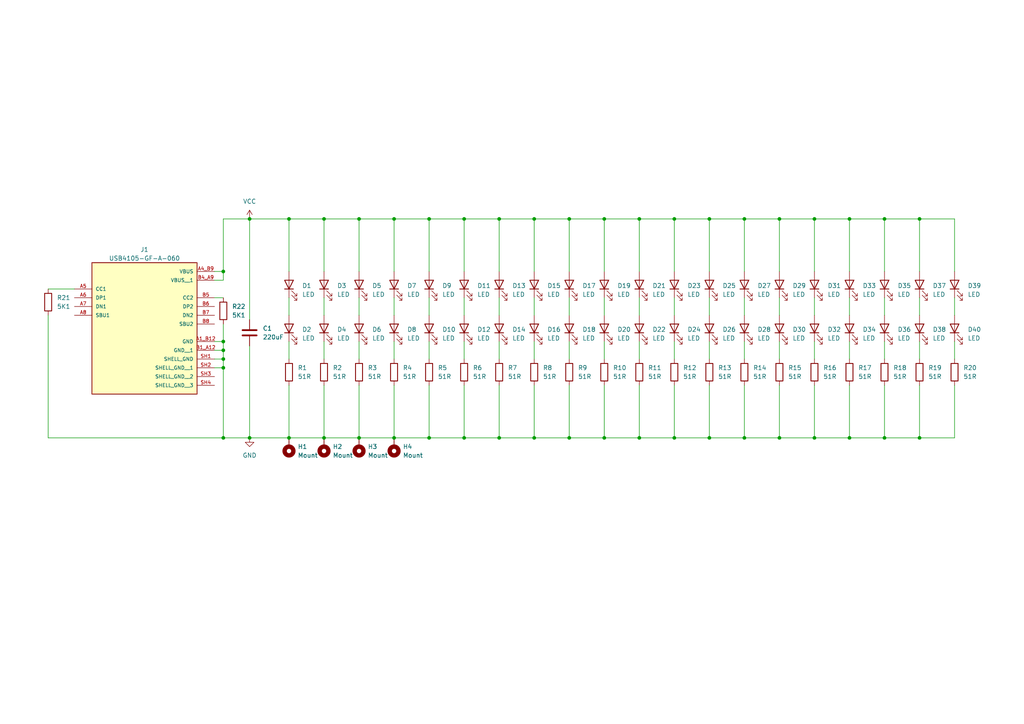
<source format=kicad_sch>
(kicad_sch (version 20250114) (generator "eeschema") (generator_version "9.0")
  (paper "A4")
  (title_block (title "DOD Stammtischschild LED-Leiste") (date "2025-04-21") (rev "0.4.0") (company "Goerli Dezentral gGmbH"))
  (lib_symbols
    (symbol "Custom:USB4105-GF-A-060" (pin_names (offset 1.016))
      (property "Reference" "J" (at -15.24 13.97 0))
      (property "Value" "USB4105-GF-A-060" (at -15.24 -27.94 0))
      (symbol "USB4105-GF-A-060_0_0"
        (rectangle (start -15.24 -25.4) (end 15.24 12.7) (stroke (width 0.254)) (fill (type background)))
        (pin bidirectional line (at -20.32 5.08 0) (length 5.08) (name "CC1") (number "A5"))
        (pin bidirectional line (at -20.32 2.54 0) (length 5.08) (name "DP1") (number "A6"))
        (pin bidirectional line (at -20.32 0 0) (length 5.08) (name "DN1") (number "A7"))
        (pin bidirectional line (at -20.32 -2.54 0) (length 5.08) (name "SBU1") (number "A8"))
        (pin power_in line (at 20.32 10.16 180) (length 5.08) (name "VBUS") (number "A4_B9"))
        (pin power_in line (at 20.32 7.62 180) (length 5.08) (name "VBUS__1") (number "B4_A9"))
        (pin bidirectional line (at 20.32 2.54 180) (length 5.08) (name "CC2") (number "B5"))
        (pin bidirectional line (at 20.32 0 180) (length 5.08) (name "DP2") (number "B6"))
        (pin bidirectional line (at 20.32 -2.54 180) (length 5.08) (name "DN2") (number "B7"))
        (pin bidirectional line (at 20.32 -5.08 180) (length 5.08) (name "SBU2") (number "B8"))
        (pin power_in line (at 20.32 -10.16 180) (length 5.08) (name "GND") (number "A1_B12"))
        (pin power_in line (at 20.32 -12.7 180) (length 5.08) (name "GND__1") (number "B1_A12"))
        (pin power_in line (at 20.32 -15.24 180) (length 5.08) (name "SHELL_GND") (number "SH1"))
        (pin power_in line (at 20.32 -17.78 180) (length 5.08) (name "SHELL_GND__1") (number "SH2"))
        (pin power_in line (at 20.32 -20.32 180) (length 5.08) (name "SHELL_GND__2") (number "SH3"))
        (pin power_in line (at 20.32 -22.86 180) (length 5.08) (name "SHELL_GND__3") (number "SH4"))
      )
    )
    (symbol "Device:C" (pin_numbers (hide yes)) (pin_names (offset 0.254))
      (property "Reference" "C" (at 0.635 2.54 0))
      (property "Value" "C" (at 0.635 -2.54 0))
      (symbol "C_0_1"
        (polyline (pts (xy -2.032 0.762) (xy 2.032 0.762)) (stroke (width 0.508)))
        (polyline (pts (xy -2.032 -0.762) (xy 2.032 -0.762)) (stroke (width 0.508)))
      )
      (symbol "C_1_1"
        (pin passive line (at 0 3.81 270) (length 2.794) (name "~") (number "1"))
        (pin passive line (at 0 -3.81 90) (length 2.794) (name "~") (number "2"))
      )
    )
    (symbol "Device:LED" (pin_numbers (hide yes)) (pin_names (offset 1.016) (hide yes))
      (property "Reference" "D" (at 0 2.54 0))
      (property "Value" "LED" (at 0 -2.54 0))
      (symbol "LED_0_1"
        (polyline (pts (xy -3.048 -0.762) (xy -4.572 -2.286) (xy -3.81 -2.286) (xy -4.572 -2.286) (xy -4.572 -1.524)))
        (polyline (pts (xy -1.778 -0.762) (xy -3.302 -2.286) (xy -2.54 -2.286) (xy -3.302 -2.286) (xy -3.302 -1.524)))
        (polyline (pts (xy -1.27 0) (xy 1.27 0)))
        (polyline (pts (xy -1.27 -1.27) (xy -1.27 1.27)) (stroke (width 0.254)))
        (polyline (pts (xy 1.27 -1.27) (xy 1.27 1.27) (xy -1.27 0) (xy 1.27 -1.27)) (stroke (width 0.254)))
      )
      (symbol "LED_1_1"
        (pin passive line (at -3.81 0 0) (length 2.54) (name "K") (number "1"))
        (pin passive line (at 3.81 0 180) (length 2.54) (name "A") (number "2"))
      )
    )
    (symbol "Device:R" (pin_numbers (hide yes)) (pin_names (offset 0))
      (property "Reference" "R" (at 2.032 0 90))
      (property "Value" "R" (at 0 0 90))
      (symbol "R_0_1"
        (rectangle (start -1.016 -2.54) (end 1.016 2.54) (stroke (width 0.254)))
      )
      (symbol "R_1_1"
        (pin passive line (at 0 3.81 270) (length 1.27) (name "~") (number "1"))
        (pin passive line (at 0 -3.81 90) (length 1.27) (name "~") (number "2"))
      )
    )
    (symbol "Mechanical:MountingHole_Pad" (pin_numbers (hide yes)) (pin_names (offset 1.016) (hide yes)) (in_bom no)
      (property "Reference" "H" (at 0 6.35 0))
      (property "Value" "MountingHole_Pad" (at 0 4.445 0))
      (symbol "MountingHole_Pad_0_1"
        (circle (center 0 1.27) (radius 1.27) (stroke (width 1.27)))
      )
      (symbol "MountingHole_Pad_1_1"
        (pin input line (at 0 -2.54 90) (length 2.54) (name "1") (number "1"))
      )
    )
    (symbol "power:GND" (power) (pin_numbers (hide yes)) (pin_names (offset 0) (hide yes))
      (property "Value" "GND" (at 0 -3.81 0))
      (symbol "GND_0_1"
        (polyline (pts (xy 0 0) (xy 0 -1.27) (xy 1.27 -1.27) (xy 0 -2.54) (xy -1.27 -1.27) (xy 0 -1.27)))
      )
      (symbol "GND_1_1"
        (pin power_in line (at 0 0 270) (length 0) (name "~") (number "1"))
      )
    )
    (symbol "power:VCC" (power) (pin_numbers (hide yes)) (pin_names (offset 0) (hide yes))
      (property "Value" "VCC" (at 0 3.556 0))
      (symbol "VCC_0_1"
        (polyline (pts (xy -0.762 1.27) (xy 0 2.54)))
        (polyline (pts (xy 0 2.54) (xy 0.762 1.27)))
        (polyline (pts (xy 0 0) (xy 0 2.54)))
      )
      (symbol "VCC_1_1"
        (pin power_in line (at 0 0 90) (length 0) (name "~") (number "1"))
      )
    )
  )
  (junction (at 64.77 99.06))
  (junction (at 185.42 63.5))
  (junction (at 165.1 63.5))
  (junction (at 93.98 63.5))
  (junction (at 246.38 127))
  (junction (at 134.62 63.5))
  (junction (at 114.3 127))
  (junction (at 83.82 63.5))
  (junction (at 64.77 78.74))
  (junction (at 205.74 63.5))
  (junction (at 104.14 127))
  (junction (at 144.78 127))
  (junction (at 205.74 127))
  (junction (at 246.38 63.5))
  (junction (at 175.26 63.5))
  (junction (at 165.1 127))
  (junction (at 226.06 127))
  (junction (at 236.22 63.5))
  (junction (at 266.7 63.5))
  (junction (at 175.26 127))
  (junction (at 226.06 63.5))
  (junction (at 134.62 127))
  (junction (at 266.7 127))
  (junction (at 64.77 104.14))
  (junction (at 72.39 63.5))
  (junction (at 124.46 127))
  (junction (at 93.98 127))
  (junction (at 64.77 106.68))
  (junction (at 124.46 63.5))
  (junction (at 256.54 127))
  (junction (at 83.82 127))
  (junction (at 185.42 127))
  (junction (at 114.3 63.5))
  (junction (at 256.54 63.5))
  (junction (at 215.9 63.5))
  (junction (at 154.94 63.5))
  (junction (at 195.58 127))
  (junction (at 64.77 101.6))
  (junction (at 144.78 63.5))
  (junction (at 72.39 127))
  (junction (at 236.22 127))
  (junction (at 195.58 63.5))
  (junction (at 154.94 127))
  (junction (at 64.77 127))
  (junction (at 104.14 63.5))
  (junction (at 215.9 127))
  (wire (pts (xy 83.82 99.06) (xy 83.82 104.14)))
  (wire (pts (xy 256.54 111.76) (xy 256.54 127)))
  (wire (pts (xy 144.78 111.76) (xy 144.78 127)))
  (wire (pts (xy 266.7 63.5) (xy 266.7 78.74)))
  (wire (pts (xy 124.46 111.76) (xy 124.46 127)))
  (wire (pts (xy 256.54 86.36) (xy 256.54 91.44)))
  (wire (pts (xy 124.46 86.36) (xy 124.46 91.44)))
  (wire (pts (xy 64.77 99.06) (xy 64.77 101.6)))
  (wire (pts (xy 266.7 86.36) (xy 266.7 91.44)))
  (wire (pts (xy 215.9 63.5) (xy 226.06 63.5)))
  (wire (pts (xy 64.77 104.14) (xy 64.77 101.6)))
  (wire (pts (xy 215.9 63.5) (xy 215.9 78.74)))
  (wire (pts (xy 266.7 127) (xy 276.86 127)))
  (wire (pts (xy 175.26 86.36) (xy 175.26 91.44)))
  (wire (pts (xy 256.54 63.5) (xy 256.54 78.74)))
  (wire (pts (xy 62.23 99.06) (xy 64.77 99.06)))
  (wire (pts (xy 226.06 111.76) (xy 226.06 127)))
  (wire (pts (xy 144.78 63.5) (xy 154.94 63.5)))
  (wire (pts (xy 165.1 63.5) (xy 165.1 78.74)))
  (wire (pts (xy 154.94 127) (xy 165.1 127)))
  (wire (pts (xy 144.78 127) (xy 154.94 127)))
  (wire (pts (xy 64.77 127) (xy 72.39 127)))
  (wire (pts (xy 215.9 111.76) (xy 215.9 127)))
  (wire (pts (xy 62.23 78.74) (xy 64.77 78.74)))
  (wire (pts (xy 195.58 63.5) (xy 205.74 63.5)))
  (wire (pts (xy 246.38 127) (xy 256.54 127)))
  (wire (pts (xy 256.54 63.5) (xy 266.7 63.5)))
  (wire (pts (xy 114.3 63.5) (xy 124.46 63.5)))
  (wire (pts (xy 165.1 127) (xy 175.26 127)))
  (wire (pts (xy 215.9 86.36) (xy 215.9 91.44)))
  (wire (pts (xy 104.14 127) (xy 114.3 127)))
  (wire (pts (xy 185.42 86.36) (xy 185.42 91.44)))
  (wire (pts (xy 114.3 99.06) (xy 114.3 104.14)))
  (wire (pts (xy 134.62 99.06) (xy 134.62 104.14)))
  (wire (pts (xy 144.78 63.5) (xy 144.78 78.74)))
  (wire (pts (xy 175.26 111.76) (xy 175.26 127)))
  (wire (pts (xy 165.1 111.76) (xy 165.1 127)))
  (wire (pts (xy 72.39 127) (xy 83.82 127)))
  (wire (pts (xy 124.46 63.5) (xy 124.46 78.74)))
  (wire (pts (xy 124.46 63.5) (xy 134.62 63.5)))
  (wire (pts (xy 165.1 99.06) (xy 165.1 104.14)))
  (wire (pts (xy 104.14 63.5) (xy 114.3 63.5)))
  (wire (pts (xy 185.42 63.5) (xy 195.58 63.5)))
  (wire (pts (xy 226.06 63.5) (xy 236.22 63.5)))
  (wire (pts (xy 72.39 63.5) (xy 83.82 63.5)))
  (wire (pts (xy 276.86 99.06) (xy 276.86 104.14)))
  (wire (pts (xy 195.58 99.06) (xy 195.58 104.14)))
  (wire (pts (xy 175.26 99.06) (xy 175.26 104.14)))
  (wire (pts (xy 276.86 63.5) (xy 266.7 63.5)))
  (wire (pts (xy 134.62 111.76) (xy 134.62 127)))
  (wire (pts (xy 266.7 111.76) (xy 266.7 127)))
  (wire (pts (xy 246.38 99.06) (xy 246.38 104.14)))
  (wire (pts (xy 276.86 78.74) (xy 276.86 63.5)))
  (wire (pts (xy 104.14 111.76) (xy 104.14 127)))
  (wire (pts (xy 175.26 63.5) (xy 175.26 78.74)))
  (wire (pts (xy 154.94 63.5) (xy 154.94 78.74)))
  (wire (pts (xy 62.23 104.14) (xy 64.77 104.14)))
  (wire (pts (xy 205.74 63.5) (xy 205.74 78.74)))
  (wire (pts (xy 205.74 86.36) (xy 205.74 91.44)))
  (wire (pts (xy 205.74 99.06) (xy 205.74 104.14)))
  (wire (pts (xy 276.86 86.36) (xy 276.86 91.44)))
  (wire (pts (xy 134.62 63.5) (xy 144.78 63.5)))
  (wire (pts (xy 236.22 99.06) (xy 236.22 104.14)))
  (wire (pts (xy 236.22 127) (xy 246.38 127)))
  (wire (pts (xy 215.9 99.06) (xy 215.9 104.14)))
  (wire (pts (xy 83.82 111.76) (xy 83.82 127)))
  (wire (pts (xy 13.97 127) (xy 64.77 127)))
  (wire (pts (xy 276.86 127) (xy 276.86 111.76)))
  (wire (pts (xy 114.3 111.76) (xy 114.3 127)))
  (wire (pts (xy 226.06 99.06) (xy 226.06 104.14)))
  (wire (pts (xy 266.7 99.06) (xy 266.7 104.14)))
  (wire (pts (xy 64.77 78.74) (xy 64.77 63.5)))
  (wire (pts (xy 13.97 91.44) (xy 13.97 127)))
  (wire (pts (xy 195.58 86.36) (xy 195.58 91.44)))
  (wire (pts (xy 13.97 83.82) (xy 21.59 83.82)))
  (wire (pts (xy 93.98 127) (xy 104.14 127)))
  (wire (pts (xy 93.98 63.5) (xy 93.98 78.74)))
  (wire (pts (xy 93.98 99.06) (xy 93.98 104.14)))
  (wire (pts (xy 124.46 127) (xy 134.62 127)))
  (wire (pts (xy 134.62 127) (xy 144.78 127)))
  (wire (pts (xy 154.94 99.06) (xy 154.94 104.14)))
  (wire (pts (xy 64.77 106.68) (xy 64.77 127)))
  (wire (pts (xy 83.82 63.5) (xy 93.98 63.5)))
  (wire (pts (xy 93.98 86.36) (xy 93.98 91.44)))
  (wire (pts (xy 175.26 127) (xy 185.42 127)))
  (wire (pts (xy 195.58 127) (xy 205.74 127)))
  (wire (pts (xy 114.3 127) (xy 124.46 127)))
  (wire (pts (xy 64.77 63.5) (xy 72.39 63.5)))
  (wire (pts (xy 134.62 63.5) (xy 134.62 78.74)))
  (wire (pts (xy 236.22 63.5) (xy 246.38 63.5)))
  (wire (pts (xy 205.74 127) (xy 215.9 127)))
  (wire (pts (xy 246.38 63.5) (xy 256.54 63.5)))
  (wire (pts (xy 205.74 111.76) (xy 205.74 127)))
  (wire (pts (xy 93.98 111.76) (xy 93.98 127)))
  (wire (pts (xy 144.78 99.06) (xy 144.78 104.14)))
  (wire (pts (xy 83.82 127) (xy 93.98 127)))
  (wire (pts (xy 114.3 86.36) (xy 114.3 91.44)))
  (wire (pts (xy 175.26 63.5) (xy 185.42 63.5)))
  (wire (pts (xy 64.77 93.98) (xy 64.77 99.06)))
  (wire (pts (xy 226.06 63.5) (xy 226.06 78.74)))
  (wire (pts (xy 226.06 86.36) (xy 226.06 91.44)))
  (wire (pts (xy 215.9 127) (xy 226.06 127)))
  (wire (pts (xy 256.54 127) (xy 266.7 127)))
  (wire (pts (xy 154.94 86.36) (xy 154.94 91.44)))
  (wire (pts (xy 246.38 111.76) (xy 246.38 127)))
  (wire (pts (xy 246.38 86.36) (xy 246.38 91.44)))
  (wire (pts (xy 236.22 86.36) (xy 236.22 91.44)))
  (wire (pts (xy 72.39 63.5) (xy 72.39 92.71)))
  (wire (pts (xy 64.77 106.68) (xy 64.77 104.14)))
  (wire (pts (xy 104.14 99.06) (xy 104.14 104.14)))
  (wire (pts (xy 165.1 86.36) (xy 165.1 91.44)))
  (wire (pts (xy 62.23 81.28) (xy 64.77 81.28)))
  (wire (pts (xy 195.58 63.5) (xy 195.58 78.74)))
  (wire (pts (xy 134.62 86.36) (xy 134.62 91.44)))
  (wire (pts (xy 62.23 106.68) (xy 64.77 106.68)))
  (wire (pts (xy 256.54 99.06) (xy 256.54 104.14)))
  (wire (pts (xy 185.42 99.06) (xy 185.42 104.14)))
  (wire (pts (xy 104.14 63.5) (xy 104.14 78.74)))
  (wire (pts (xy 83.82 63.5) (xy 83.82 78.74)))
  (wire (pts (xy 104.14 86.36) (xy 104.14 91.44)))
  (wire (pts (xy 124.46 99.06) (xy 124.46 104.14)))
  (wire (pts (xy 185.42 111.76) (xy 185.42 127)))
  (wire (pts (xy 114.3 63.5) (xy 114.3 78.74)))
  (wire (pts (xy 236.22 63.5) (xy 236.22 78.74)))
  (wire (pts (xy 83.82 86.36) (xy 83.82 91.44)))
  (wire (pts (xy 226.06 127) (xy 236.22 127)))
  (wire (pts (xy 104.14 63.5) (xy 93.98 63.5)))
  (wire (pts (xy 64.77 81.28) (xy 64.77 78.74)))
  (wire (pts (xy 144.78 86.36) (xy 144.78 91.44)))
  (wire (pts (xy 165.1 63.5) (xy 175.26 63.5)))
  (wire (pts (xy 185.42 127) (xy 195.58 127)))
  (wire (pts (xy 62.23 101.6) (xy 64.77 101.6)))
  (wire (pts (xy 154.94 63.5) (xy 165.1 63.5)))
  (wire (pts (xy 195.58 111.76) (xy 195.58 127)))
  (wire (pts (xy 62.23 86.36) (xy 64.77 86.36)))
  (wire (pts (xy 72.39 100.33) (xy 72.39 127)))
  (wire (pts (xy 205.74 63.5) (xy 215.9 63.5)))
  (wire (pts (xy 154.94 111.76) (xy 154.94 127)))
  (wire (pts (xy 185.42 63.5) (xy 185.42 78.74)))
  (wire (pts (xy 246.38 63.5) (xy 246.38 78.74)))
  (wire (pts (xy 236.22 111.76) (xy 236.22 127)))
  (symbol (lib_id "Device:R") (at 195.58 107.95 0) (unit 1)
    (property "Reference" "R12" (at 198.12 106.6799 0) (effects (justify left)))
    (property "Value" "51R" (at 198.12 109.2199 0) (effects (justify left)))
    (property "Footprint" "Resistor_SMD:R_1206_3216Metric" (effects (hide yes)))
    (property "Description" "Resistor" (effects (hide yes)))
  )
  (symbol (lib_id "Device:R") (at 104.14 107.95 0) (unit 1)
    (property "Reference" "R3" (at 106.68 106.6799 0) (effects (justify left)))
    (property "Value" "51R" (at 106.68 109.2199 0) (effects (justify left)))
    (property "Footprint" "Resistor_SMD:R_1206_3216Metric" (effects (hide yes)))
    (property "Description" "Resistor" (effects (hide yes)))
  )
  (symbol (lib_id "Device:R") (at 185.42 107.95 0) (unit 1)
    (property "Reference" "R11" (at 187.96 106.6799 0) (effects (justify left)))
    (property "Value" "51R" (at 187.96 109.2199 0) (effects (justify left)))
    (property "Footprint" "Resistor_SMD:R_1206_3216Metric" (effects (hide yes)))
    (property "Description" "Resistor" (effects (hide yes)))
  )
  (symbol (lib_id "Device:R") (at 93.98 107.95 0) (unit 1)
    (property "Reference" "R2" (at 96.52 106.6799 0) (effects (justify left)))
    (property "Value" "51R" (at 96.52 109.2199 0) (effects (justify left)))
    (property "Footprint" "Resistor_SMD:R_1206_3216Metric" (effects (hide yes)))
    (property "Description" "Resistor" (effects (hide yes)))
  )
  (symbol (lib_id "Device:LED") (at 185.42 82.55 90) (unit 1)
    (property "Reference" "D21" (at 189.23 82.8674 90) (effects (justify right)))
    (property "Value" "LED" (at 189.23 85.4074 90) (effects (justify right)))
    (property "Footprint" "LED_SMD:LED_1206_3216Metric" (effects (hide yes)))
    (property "Description" "Light emitting diode" (effects (hide yes)))
    (property "Sim.Pins" "1=K 2=A" (effects (hide yes)))
  )
  (symbol (lib_id "Mechanical:MountingHole_Pad") (at 83.82 129.54 180) (unit 1) (in_bom no)
    (property "Reference" "H1" (at 86.36 129.5399 0) (effects (justify right)))
    (property "Value" "Mount" (at 86.36 132.0799 0) (effects (justify right)))
    (property "Footprint" "MountingHole:MountingHole_2.7mm_M2.5_ISO14580_Pad" (effects (hide yes)))
    (property "Description" "Mounting Hole with connection" (effects (hide yes)))
  )
  (symbol (lib_id "Device:LED") (at 93.98 95.25 90) (unit 1)
    (property "Reference" "D4" (at 97.79 95.5674 90) (effects (justify right)))
    (property "Value" "LED" (at 97.79 98.1074 90) (effects (justify right)))
    (property "Footprint" "LED_SMD:LED_1206_3216Metric" (effects (hide yes)))
    (property "Description" "Light emitting diode" (effects (hide yes)))
    (property "Sim.Pins" "1=K 2=A" (effects (hide yes)))
  )
  (symbol (lib_id "Device:R") (at 256.54 107.95 0) (unit 1)
    (property "Reference" "R18" (at 259.08 106.6799 0) (effects (justify left)))
    (property "Value" "51R" (at 259.08 109.2199 0) (effects (justify left)))
    (property "Footprint" "Resistor_SMD:R_1206_3216Metric" (effects (hide yes)))
    (property "Description" "Resistor" (effects (hide yes)))
  )
  (symbol (lib_id "Device:R") (at 83.82 107.95 0) (unit 1)
    (property "Reference" "R1" (at 86.36 106.6799 0) (effects (justify left)))
    (property "Value" "51R" (at 86.36 109.2199 0) (effects (justify left)))
    (property "Footprint" "Resistor_SMD:R_1206_3216Metric" (effects (hide yes)))
    (property "Description" "Resistor" (effects (hide yes)))
  )
  (symbol (lib_id "Device:R") (at 226.06 107.95 0) (unit 1)
    (property "Reference" "R15" (at 228.6 106.6799 0) (effects (justify left)))
    (property "Value" "51R" (at 228.6 109.2199 0) (effects (justify left)))
    (property "Footprint" "Resistor_SMD:R_1206_3216Metric" (effects (hide yes)))
    (property "Description" "Resistor" (effects (hide yes)))
  )
  (symbol (lib_id "Device:LED") (at 205.74 95.25 90) (unit 1)
    (property "Reference" "D26" (at 209.55 95.5674 90) (effects (justify right)))
    (property "Value" "LED" (at 209.55 98.1074 90) (effects (justify right)))
    (property "Footprint" "LED_SMD:LED_1206_3216Metric" (effects (hide yes)))
    (property "Description" "Light emitting diode" (effects (hide yes)))
    (property "Sim.Pins" "1=K 2=A" (effects (hide yes)))
  )
  (symbol (lib_id "Device:LED") (at 134.62 82.55 90) (unit 1)
    (property "Reference" "D11" (at 138.43 82.8674 90) (effects (justify right)))
    (property "Value" "LED" (at 138.43 85.4074 90) (effects (justify right)))
    (property "Footprint" "LED_SMD:LED_1206_3216Metric" (effects (hide yes)))
    (property "Description" "Light emitting diode" (effects (hide yes)))
    (property "Sim.Pins" "1=K 2=A" (effects (hide yes)))
  )
  (symbol (lib_id "Mechanical:MountingHole_Pad") (at 93.98 129.54 180) (unit 1) (in_bom no)
    (property "Reference" "H2" (at 96.52 129.5399 0) (effects (justify right)))
    (property "Value" "Mount" (at 96.52 132.0799 0) (effects (justify right)))
    (property "Footprint" "MountingHole:MountingHole_2.7mm_M2.5_ISO14580_Pad" (effects (hide yes)))
    (property "Description" "Mounting Hole with connection" (effects (hide yes)))
  )
  (symbol (lib_id "Device:LED") (at 114.3 82.55 90) (unit 1)
    (property "Reference" "D7" (at 118.11 82.8674 90) (effects (justify right)))
    (property "Value" "LED" (at 118.11 85.4074 90) (effects (justify right)))
    (property "Footprint" "LED_SMD:LED_1206_3216Metric" (effects (hide yes)))
    (property "Description" "Light emitting diode" (effects (hide yes)))
    (property "Sim.Pins" "1=K 2=A" (effects (hide yes)))
  )
  (symbol (lib_id "Device:LED") (at 236.22 95.25 90) (unit 1)
    (property "Reference" "D32" (at 240.03 95.5674 90) (effects (justify right)))
    (property "Value" "LED" (at 240.03 98.1074 90) (effects (justify right)))
    (property "Footprint" "LED_SMD:LED_1206_3216Metric" (effects (hide yes)))
    (property "Description" "Light emitting diode" (effects (hide yes)))
    (property "Sim.Pins" "1=K 2=A" (effects (hide yes)))
  )
  (symbol (lib_id "Device:R") (at 114.3 107.95 0) (unit 1)
    (property "Reference" "R4" (at 116.84 106.6799 0) (effects (justify left)))
    (property "Value" "51R" (at 116.84 109.2199 0) (effects (justify left)))
    (property "Footprint" "Resistor_SMD:R_1206_3216Metric" (effects (hide yes)))
    (property "Description" "Resistor" (effects (hide yes)))
  )
  (symbol (lib_id "Device:R") (at 144.78 107.95 0) (unit 1)
    (property "Reference" "R7" (at 147.32 106.6799 0) (effects (justify left)))
    (property "Value" "51R" (at 147.32 109.2199 0) (effects (justify left)))
    (property "Footprint" "Resistor_SMD:R_1206_3216Metric" (effects (hide yes)))
    (property "Description" "Resistor" (effects (hide yes)))
  )
  (symbol (lib_id "Device:LED") (at 134.62 95.25 90) (unit 1)
    (property "Reference" "D12" (at 138.43 95.5674 90) (effects (justify right)))
    (property "Value" "LED" (at 138.43 98.1074 90) (effects (justify right)))
    (property "Footprint" "LED_SMD:LED_1206_3216Metric" (effects (hide yes)))
    (property "Description" "Light emitting diode" (effects (hide yes)))
    (property "Sim.Pins" "1=K 2=A" (effects (hide yes)))
  )
  (symbol (lib_id "Device:LED") (at 104.14 95.25 90) (unit 1)
    (property "Reference" "D6" (at 107.95 95.5674 90) (effects (justify right)))
    (property "Value" "LED" (at 107.95 98.1074 90) (effects (justify right)))
    (property "Footprint" "LED_SMD:LED_1206_3216Metric" (effects (hide yes)))
    (property "Description" "Light emitting diode" (effects (hide yes)))
    (property "Sim.Pins" "1=K 2=A" (effects (hide yes)))
  )
  (symbol (lib_id "Device:R") (at 205.74 107.95 0) (unit 1)
    (property "Reference" "R13" (at 208.28 106.6799 0) (effects (justify left)))
    (property "Value" "51R" (at 208.28 109.2199 0) (effects (justify left)))
    (property "Footprint" "Resistor_SMD:R_1206_3216Metric" (effects (hide yes)))
    (property "Description" "Resistor" (effects (hide yes)))
  )
  (symbol (lib_id "Custom:USB4105-GF-A-060") (at 41.91 88.9 0) (unit 1)
    (property "Reference" "J1" (at 41.91 72.39 0))
    (property "Value" "USB4105-GF-A-060" (at 41.91 74.93 0))
    (property "Footprint" "Custom:GCT_USB4105-GF-A-060" (effects (hide yes)))
    (property "PARTREV" "B3" (effects (hide yes)))
    (property "MANUFACTURER" "Global Connector Technology" (effects (hide yes)))
    (property "MAXIMUM_PACKAGE_HEIGHT" "3.31mm" (effects (hide yes)))
    (property "STANDARD" "Manufacturer Recommendations" (effects (hide yes)))
  )
  (symbol (lib_id "Device:R") (at 134.62 107.95 0) (unit 1)
    (property "Reference" "R6" (at 137.16 106.6799 0) (effects (justify left)))
    (property "Value" "51R" (at 137.16 109.2199 0) (effects (justify left)))
    (property "Footprint" "Resistor_SMD:R_1206_3216Metric" (effects (hide yes)))
    (property "Description" "Resistor" (effects (hide yes)))
  )
  (symbol (lib_id "Device:LED") (at 195.58 95.25 90) (unit 1)
    (property "Reference" "D24" (at 199.39 95.5674 90) (effects (justify right)))
    (property "Value" "LED" (at 199.39 98.1074 90) (effects (justify right)))
    (property "Footprint" "LED_SMD:LED_1206_3216Metric" (effects (hide yes)))
    (property "Description" "Light emitting diode" (effects (hide yes)))
    (property "Sim.Pins" "1=K 2=A" (effects (hide yes)))
  )
  (symbol (lib_id "Device:R") (at 266.7 107.95 0) (unit 1)
    (property "Reference" "R19" (at 269.24 106.6799 0) (effects (justify left)))
    (property "Value" "51R" (at 269.24 109.2199 0) (effects (justify left)))
    (property "Footprint" "Resistor_SMD:R_1206_3216Metric" (effects (hide yes)))
    (property "Description" "Resistor" (effects (hide yes)))
  )
  (symbol (lib_id "Device:R") (at 236.22 107.95 0) (unit 1)
    (property "Reference" "R16" (at 238.76 106.6799 0) (effects (justify left)))
    (property "Value" "51R" (at 238.76 109.2199 0) (effects (justify left)))
    (property "Footprint" "Resistor_SMD:R_1206_3216Metric" (effects (hide yes)))
    (property "Description" "Resistor" (effects (hide yes)))
  )
  (symbol (lib_id "Device:LED") (at 276.86 82.55 90) (unit 1)
    (property "Reference" "D39" (at 280.67 82.8674 90) (effects (justify right)))
    (property "Value" "LED" (at 280.67 85.4074 90) (effects (justify right)))
    (property "Footprint" "LED_SMD:LED_1206_3216Metric" (effects (hide yes)))
    (property "Description" "Light emitting diode" (effects (hide yes)))
    (property "Sim.Pins" "1=K 2=A" (effects (hide yes)))
  )
  (symbol (lib_id "Mechanical:MountingHole_Pad") (at 104.14 129.54 180) (unit 1) (in_bom no)
    (property "Reference" "H3" (at 106.68 129.5399 0) (effects (justify right)))
    (property "Value" "Mount" (at 106.68 132.0799 0) (effects (justify right)))
    (property "Footprint" "MountingHole:MountingHole_2.7mm_M2.5_ISO14580_Pad" (effects (hide yes)))
    (property "Description" "Mounting Hole with connection" (effects (hide yes)))
  )
  (symbol (lib_id "Device:LED") (at 185.42 95.25 90) (unit 1)
    (property "Reference" "D22" (at 189.23 95.5674 90) (effects (justify right)))
    (property "Value" "LED" (at 189.23 98.1074 90) (effects (justify right)))
    (property "Footprint" "LED_SMD:LED_1206_3216Metric" (effects (hide yes)))
    (property "Description" "Light emitting diode" (effects (hide yes)))
    (property "Sim.Pins" "1=K 2=A" (effects (hide yes)))
  )
  (symbol (lib_id "Device:LED") (at 165.1 95.25 90) (unit 1)
    (property "Reference" "D18" (at 168.91 95.5674 90) (effects (justify right)))
    (property "Value" "LED" (at 168.91 98.1074 90) (effects (justify right)))
    (property "Footprint" "LED_SMD:LED_1206_3216Metric" (effects (hide yes)))
    (property "Description" "Light emitting diode" (effects (hide yes)))
    (property "Sim.Pins" "1=K 2=A" (effects (hide yes)))
  )
  (symbol (lib_id "Device:LED") (at 226.06 82.55 90) (unit 1)
    (property "Reference" "D29" (at 229.87 82.8674 90) (effects (justify right)))
    (property "Value" "LED" (at 229.87 85.4074 90) (effects (justify right)))
    (property "Footprint" "LED_SMD:LED_1206_3216Metric" (effects (hide yes)))
    (property "Description" "Light emitting diode" (effects (hide yes)))
    (property "Sim.Pins" "1=K 2=A" (effects (hide yes)))
  )
  (symbol (lib_id "Device:LED") (at 83.82 95.25 90) (unit 1)
    (property "Reference" "D2" (at 87.63 95.5674 90) (effects (justify right)))
    (property "Value" "LED" (at 87.63 98.1074 90) (effects (justify right)))
    (property "Footprint" "LED_SMD:LED_1206_3216Metric" (effects (hide yes)))
    (property "Description" "Light emitting diode" (effects (hide yes)))
    (property "Sim.Pins" "1=K 2=A" (effects (hide yes)))
  )
  (symbol (lib_id "Device:R") (at 246.38 107.95 0) (unit 1)
    (property "Reference" "R17" (at 248.92 106.6799 0) (effects (justify left)))
    (property "Value" "51R" (at 248.92 109.2199 0) (effects (justify left)))
    (property "Footprint" "Resistor_SMD:R_1206_3216Metric" (effects (hide yes)))
    (property "Description" "Resistor" (effects (hide yes)))
  )
  (symbol (lib_id "Device:R") (at 276.86 107.95 0) (unit 1)
    (property "Reference" "R20" (at 279.4 106.6799 0) (effects (justify left)))
    (property "Value" "51R" (at 279.4 109.2199 0) (effects (justify left)))
    (property "Footprint" "Resistor_SMD:R_1206_3216Metric" (effects (hide yes)))
    (property "Description" "Resistor" (effects (hide yes)))
  )
  (symbol (lib_id "Device:R") (at 154.94 107.95 0) (unit 1)
    (property "Reference" "R8" (at 157.48 106.6799 0) (effects (justify left)))
    (property "Value" "51R" (at 157.48 109.2199 0) (effects (justify left)))
    (property "Footprint" "Resistor_SMD:R_1206_3216Metric" (effects (hide yes)))
    (property "Description" "Resistor" (effects (hide yes)))
  )
  (symbol (lib_id "power:VCC") (at 72.39 63.5 0) (unit 1)
    (property "Reference" "#PWR02" (effects (hide yes)))
    (property "Value" "VCC" (at 72.39 58.42 0))
    (property "Description" "Power symbol creates a global label with name \"VCC\"" (effects (hide yes)))
  )
  (symbol (lib_id "Device:LED") (at 215.9 82.55 90) (unit 1)
    (property "Reference" "D27" (at 219.71 82.8674 90) (effects (justify right)))
    (property "Value" "LED" (at 219.71 85.4074 90) (effects (justify right)))
    (property "Footprint" "LED_SMD:LED_1206_3216Metric" (effects (hide yes)))
    (property "Description" "Light emitting diode" (effects (hide yes)))
    (property "Sim.Pins" "1=K 2=A" (effects (hide yes)))
  )
  (symbol (lib_id "Device:LED") (at 256.54 95.25 90) (unit 1)
    (property "Reference" "D36" (at 260.35 95.5674 90) (effects (justify right)))
    (property "Value" "LED" (at 260.35 98.1074 90) (effects (justify right)))
    (property "Footprint" "LED_SMD:LED_1206_3216Metric" (effects (hide yes)))
    (property "Description" "Light emitting diode" (effects (hide yes)))
    (property "Sim.Pins" "1=K 2=A" (effects (hide yes)))
  )
  (symbol (lib_id "Device:LED") (at 154.94 95.25 90) (unit 1)
    (property "Reference" "D16" (at 158.75 95.5674 90) (effects (justify right)))
    (property "Value" "LED" (at 158.75 98.1074 90) (effects (justify right)))
    (property "Footprint" "LED_SMD:LED_1206_3216Metric" (effects (hide yes)))
    (property "Description" "Light emitting diode" (effects (hide yes)))
    (property "Sim.Pins" "1=K 2=A" (effects (hide yes)))
  )
  (symbol (lib_id "Device:R") (at 124.46 107.95 0) (unit 1)
    (property "Reference" "R5" (at 127 106.6799 0) (effects (justify left)))
    (property "Value" "51R" (at 127 109.2199 0) (effects (justify left)))
    (property "Footprint" "Resistor_SMD:R_1206_3216Metric" (effects (hide yes)))
    (property "Description" "Resistor" (effects (hide yes)))
  )
  (symbol (lib_id "Device:LED") (at 226.06 95.25 90) (unit 1)
    (property "Reference" "D30" (at 229.87 95.5674 90) (effects (justify right)))
    (property "Value" "LED" (at 229.87 98.1074 90) (effects (justify right)))
    (property "Footprint" "LED_SMD:LED_1206_3216Metric" (effects (hide yes)))
    (property "Description" "Light emitting diode" (effects (hide yes)))
    (property "Sim.Pins" "1=K 2=A" (effects (hide yes)))
  )
  (symbol (lib_id "Device:LED") (at 175.26 82.55 90) (unit 1)
    (property "Reference" "D19" (at 179.07 82.8674 90) (effects (justify right)))
    (property "Value" "LED" (at 179.07 85.4074 90) (effects (justify right)))
    (property "Footprint" "LED_SMD:LED_1206_3216Metric" (effects (hide yes)))
    (property "Description" "Light emitting diode" (effects (hide yes)))
    (property "Sim.Pins" "1=K 2=A" (effects (hide yes)))
  )
  (symbol (lib_id "Device:LED") (at 205.74 82.55 90) (unit 1)
    (property "Reference" "D25" (at 209.55 82.8674 90) (effects (justify right)))
    (property "Value" "LED" (at 209.55 85.4074 90) (effects (justify right)))
    (property "Footprint" "LED_SMD:LED_1206_3216Metric" (effects (hide yes)))
    (property "Description" "Light emitting diode" (effects (hide yes)))
    (property "Sim.Pins" "1=K 2=A" (effects (hide yes)))
  )
  (symbol (lib_id "Mechanical:MountingHole_Pad") (at 114.3 129.54 180) (unit 1) (in_bom no)
    (property "Reference" "H4" (at 116.84 129.5399 0) (effects (justify right)))
    (property "Value" "Mount" (at 116.84 132.0799 0) (effects (justify right)))
    (property "Footprint" "MountingHole:MountingHole_2.7mm_M2.5_ISO14580_Pad" (effects (hide yes)))
    (property "Description" "Mounting Hole with connection" (effects (hide yes)))
  )
  (symbol (lib_id "Device:C") (at 72.39 96.52 0) (unit 1)
    (property "Reference" "C1" (at 76.2 95.2499 0) (effects (justify left)))
    (property "Value" "220uF" (at 76.2 97.7899 0) (effects (justify left)))
    (property "Footprint" "Capacitor_SMD:C_1206_3216Metric" (effects (hide yes)))
    (property "Description" "Unpolarized capacitor" (effects (hide yes)))
  )
  (symbol (lib_id "Device:LED") (at 266.7 95.25 90) (unit 1)
    (property "Reference" "D38" (at 270.51 95.5674 90) (effects (justify right)))
    (property "Value" "LED" (at 270.51 98.1074 90) (effects (justify right)))
    (property "Footprint" "LED_SMD:LED_1206_3216Metric" (effects (hide yes)))
    (property "Description" "Light emitting diode" (effects (hide yes)))
    (property "Sim.Pins" "1=K 2=A" (effects (hide yes)))
  )
  (symbol (lib_id "Device:LED") (at 83.82 82.55 90) (unit 1)
    (property "Reference" "D1" (at 87.63 82.8674 90) (effects (justify right)))
    (property "Value" "LED" (at 87.63 85.4074 90) (effects (justify right)))
    (property "Footprint" "LED_SMD:LED_1206_3216Metric" (effects (hide yes)))
    (property "Description" "Light emitting diode" (effects (hide yes)))
    (property "Sim.Pins" "1=K 2=A" (effects (hide yes)))
  )
  (symbol (lib_id "Device:LED") (at 195.58 82.55 90) (unit 1)
    (property "Reference" "D23" (at 199.39 82.8674 90) (effects (justify right)))
    (property "Value" "LED" (at 199.39 85.4074 90) (effects (justify right)))
    (property "Footprint" "LED_SMD:LED_1206_3216Metric" (effects (hide yes)))
    (property "Description" "Light emitting diode" (effects (hide yes)))
    (property "Sim.Pins" "1=K 2=A" (effects (hide yes)))
  )
  (symbol (lib_id "Device:LED") (at 124.46 95.25 90) (unit 1)
    (property "Reference" "D10" (at 128.27 95.5674 90) (effects (justify right)))
    (property "Value" "LED" (at 128.27 98.1074 90) (effects (justify right)))
    (property "Footprint" "LED_SMD:LED_1206_3216Metric" (effects (hide yes)))
    (property "Description" "Light emitting diode" (effects (hide yes)))
    (property "Sim.Pins" "1=K 2=A" (effects (hide yes)))
  )
  (symbol (lib_id "Device:LED") (at 236.22 82.55 90) (unit 1)
    (property "Reference" "D31" (at 240.03 82.8674 90) (effects (justify right)))
    (property "Value" "LED" (at 240.03 85.4074 90) (effects (justify right)))
    (property "Footprint" "LED_SMD:LED_1206_3216Metric" (effects (hide yes)))
    (property "Description" "Light emitting diode" (effects (hide yes)))
    (property "Sim.Pins" "1=K 2=A" (effects (hide yes)))
  )
  (symbol (lib_id "Device:LED") (at 276.86 95.25 90) (unit 1)
    (property "Reference" "D40" (at 280.67 95.5674 90) (effects (justify right)))
    (property "Value" "LED" (at 280.67 98.1074 90) (effects (justify right)))
    (property "Footprint" "LED_SMD:LED_1206_3216Metric" (effects (hide yes)))
    (property "Description" "Light emitting diode" (effects (hide yes)))
    (property "Sim.Pins" "1=K 2=A" (effects (hide yes)))
  )
  (symbol (lib_id "Device:LED") (at 175.26 95.25 90) (unit 1)
    (property "Reference" "D20" (at 179.07 95.5674 90) (effects (justify right)))
    (property "Value" "LED" (at 179.07 98.1074 90) (effects (justify right)))
    (property "Footprint" "LED_SMD:LED_1206_3216Metric" (effects (hide yes)))
    (property "Description" "Light emitting diode" (effects (hide yes)))
    (property "Sim.Pins" "1=K 2=A" (effects (hide yes)))
  )
  (symbol (lib_id "Device:LED") (at 215.9 95.25 90) (unit 1)
    (property "Reference" "D28" (at 219.71 95.5674 90) (effects (justify right)))
    (property "Value" "LED" (at 219.71 98.1074 90) (effects (justify right)))
    (property "Footprint" "LED_SMD:LED_1206_3216Metric" (effects (hide yes)))
    (property "Description" "Light emitting diode" (effects (hide yes)))
    (property "Sim.Pins" "1=K 2=A" (effects (hide yes)))
  )
  (symbol (lib_id "Device:R") (at 215.9 107.95 0) (unit 1)
    (property "Reference" "R14" (at 218.44 106.6799 0) (effects (justify left)))
    (property "Value" "51R" (at 218.44 109.2199 0) (effects (justify left)))
    (property "Footprint" "Resistor_SMD:R_1206_3216Metric" (effects (hide yes)))
    (property "Description" "Resistor" (effects (hide yes)))
  )
  (symbol (lib_id "power:GND") (at 72.39 127 0) (unit 1)
    (property "Reference" "#PWR01" (effects (hide yes)))
    (property "Value" "GND" (at 72.39 132.08 0))
    (property "Description" "Power symbol creates a global label with name \"GND\" , ground" (effects (hide yes)))
  )
  (symbol (lib_id "Device:LED") (at 246.38 95.25 90) (unit 1)
    (property "Reference" "D34" (at 250.19 95.5674 90) (effects (justify right)))
    (property "Value" "LED" (at 250.19 98.1074 90) (effects (justify right)))
    (property "Footprint" "LED_SMD:LED_1206_3216Metric" (effects (hide yes)))
    (property "Description" "Light emitting diode" (effects (hide yes)))
    (property "Sim.Pins" "1=K 2=A" (effects (hide yes)))
  )
  (symbol (lib_id "Device:LED") (at 124.46 82.55 90) (unit 1)
    (property "Reference" "D9" (at 128.27 82.8674 90) (effects (justify right)))
    (property "Value" "LED" (at 128.27 85.4074 90) (effects (justify right)))
    (property "Footprint" "LED_SMD:LED_1206_3216Metric" (effects (hide yes)))
    (property "Description" "Light emitting diode" (effects (hide yes)))
    (property "Sim.Pins" "1=K 2=A" (effects (hide yes)))
  )
  (symbol (lib_id "Device:LED") (at 165.1 82.55 90) (unit 1)
    (property "Reference" "D17" (at 168.91 82.8674 90) (effects (justify right)))
    (property "Value" "LED" (at 168.91 85.4074 90) (effects (justify right)))
    (property "Footprint" "LED_SMD:LED_1206_3216Metric" (effects (hide yes)))
    (property "Description" "Light emitting diode" (effects (hide yes)))
    (property "Sim.Pins" "1=K 2=A" (effects (hide yes)))
  )
  (symbol (lib_id "Device:LED") (at 256.54 82.55 90) (unit 1)
    (property "Reference" "D35" (at 260.35 82.8674 90) (effects (justify right)))
    (property "Value" "LED" (at 260.35 85.4074 90) (effects (justify right)))
    (property "Footprint" "LED_SMD:LED_1206_3216Metric" (effects (hide yes)))
    (property "Description" "Light emitting diode" (effects (hide yes)))
    (property "Sim.Pins" "1=K 2=A" (effects (hide yes)))
  )
  (symbol (lib_id "Device:LED") (at 93.98 82.55 90) (unit 1)
    (property "Reference" "D3" (at 97.79 82.8674 90) (effects (justify right)))
    (property "Value" "LED" (at 97.79 85.4074 90) (effects (justify right)))
    (property "Footprint" "LED_SMD:LED_1206_3216Metric" (effects (hide yes)))
    (property "Description" "Light emitting diode" (effects (hide yes)))
    (property "Sim.Pins" "1=K 2=A" (effects (hide yes)))
  )
  (symbol (lib_id "Device:LED") (at 114.3 95.25 90) (unit 1)
    (property "Reference" "D8" (at 118.11 95.5674 90) (effects (justify right)))
    (property "Value" "LED" (at 118.11 98.1074 90) (effects (justify right)))
    (property "Footprint" "LED_SMD:LED_1206_3216Metric" (effects (hide yes)))
    (property "Description" "Light emitting diode" (effects (hide yes)))
    (property "Sim.Pins" "1=K 2=A" (effects (hide yes)))
  )
  (symbol (lib_id "Device:LED") (at 144.78 95.25 90) (unit 1)
    (property "Reference" "D14" (at 148.59 95.5674 90) (effects (justify right)))
    (property "Value" "LED" (at 148.59 98.1074 90) (effects (justify right)))
    (property "Footprint" "LED_SMD:LED_1206_3216Metric" (effects (hide yes)))
    (property "Description" "Light emitting diode" (effects (hide yes)))
    (property "Sim.Pins" "1=K 2=A" (effects (hide yes)))
  )
  (symbol (lib_id "Device:LED") (at 246.38 82.55 90) (unit 1)
    (property "Reference" "D33" (at 250.19 82.8674 90) (effects (justify right)))
    (property "Value" "LED" (at 250.19 85.4074 90) (effects (justify right)))
    (property "Footprint" "LED_SMD:LED_1206_3216Metric" (effects (hide yes)))
    (property "Description" "Light emitting diode" (effects (hide yes)))
    (property "Sim.Pins" "1=K 2=A" (effects (hide yes)))
  )
  (symbol (lib_id "Device:LED") (at 154.94 82.55 90) (unit 1)
    (property "Reference" "D15" (at 158.75 82.8674 90) (effects (justify right)))
    (property "Value" "LED" (at 158.75 85.4074 90) (effects (justify right)))
    (property "Footprint" "LED_SMD:LED_1206_3216Metric" (effects (hide yes)))
    (property "Description" "Light emitting diode" (effects (hide yes)))
    (property "Sim.Pins" "1=K 2=A" (effects (hide yes)))
  )
  (symbol (lib_id "Device:R") (at 175.26 107.95 0) (unit 1)
    (property "Reference" "R10" (at 177.8 106.6799 0) (effects (justify left)))
    (property "Value" "51R" (at 177.8 109.2199 0) (effects (justify left)))
    (property "Footprint" "Resistor_SMD:R_1206_3216Metric" (effects (hide yes)))
    (property "Description" "Resistor" (effects (hide yes)))
  )
  (symbol (lib_id "Device:R") (at 64.77 90.17 0) (unit 1)
    (property "Reference" "R22" (at 67.31 88.8999 0) (effects (justify left)))
    (property "Value" "5K1" (at 67.31 91.4399 0) (effects (justify left)))
    (property "Footprint" "Resistor_SMD:R_1206_3216Metric" (effects (hide yes)))
    (property "Description" "Resistor" (effects (hide yes)))
  )
  (symbol (lib_id "Device:R") (at 165.1 107.95 0) (unit 1)
    (property "Reference" "R9" (at 167.64 106.6799 0) (effects (justify left)))
    (property "Value" "51R" (at 167.64 109.2199 0) (effects (justify left)))
    (property "Footprint" "Resistor_SMD:R_1206_3216Metric" (effects (hide yes)))
    (property "Description" "Resistor" (effects (hide yes)))
  )
  (symbol (lib_id "Device:R") (at 13.97 87.63 0) (unit 1)
    (property "Reference" "R21" (at 16.51 86.3599 0) (effects (justify left)))
    (property "Value" "5K1" (at 16.51 88.8999 0) (effects (justify left)))
    (property "Footprint" "Resistor_SMD:R_1206_3216Metric" (effects (hide yes)))
    (property "Description" "Resistor" (effects (hide yes)))
  )
  (symbol (lib_id "Device:LED") (at 266.7 82.55 90) (unit 1)
    (property "Reference" "D37" (at 270.51 82.8674 90) (effects (justify right)))
    (property "Value" "LED" (at 270.51 85.4074 90) (effects (justify right)))
    (property "Footprint" "LED_SMD:LED_1206_3216Metric" (effects (hide yes)))
    (property "Description" "Light emitting diode" (effects (hide yes)))
    (property "Sim.Pins" "1=K 2=A" (effects (hide yes)))
  )
  (symbol (lib_id "Device:LED") (at 104.14 82.55 90) (unit 1)
    (property "Reference" "D5" (at 107.95 82.8674 90) (effects (justify right)))
    (property "Value" "LED" (at 107.95 85.4074 90) (effects (justify right)))
    (property "Footprint" "LED_SMD:LED_1206_3216Metric" (effects (hide yes)))
    (property "Description" "Light emitting diode" (effects (hide yes)))
    (property "Sim.Pins" "1=K 2=A" (effects (hide yes)))
  )
  (symbol (lib_id "Device:LED") (at 144.78 82.55 90) (unit 1)
    (property "Reference" "D13" (at 148.59 82.8674 90) (effects (justify right)))
    (property "Value" "LED" (at 148.59 85.4074 90) (effects (justify right)))
    (property "Footprint" "LED_SMD:LED_1206_3216Metric" (effects (hide yes)))
    (property "Description" "Light emitting diode" (effects (hide yes)))
    (property "Sim.Pins" "1=K 2=A" (effects (hide yes)))
  )
)
</source>
